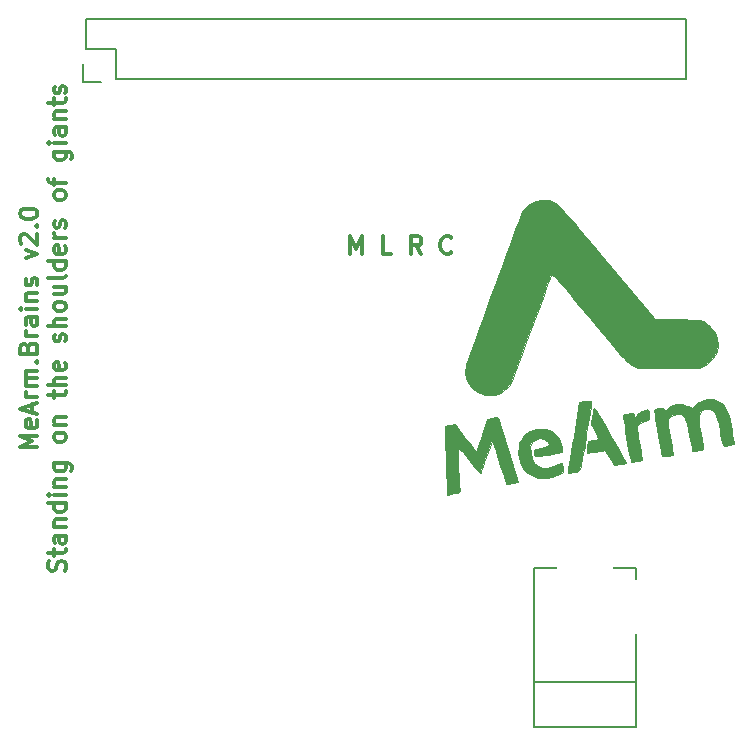
<source format=gto>
G04 #@! TF.FileFunction,Legend,Top*
%FSLAX46Y46*%
G04 Gerber Fmt 4.6, Leading zero omitted, Abs format (unit mm)*
G04 Created by KiCad (PCBNEW (2015-01-16 BZR 5376)-product) date 3/31/2016 12:49:39 PM*
%MOMM*%
G01*
G04 APERTURE LIST*
%ADD10C,0.100000*%
%ADD11C,0.300000*%
%ADD12C,0.150000*%
%ADD13C,2.000000*%
%ADD14R,2.000000X2.000000*%
%ADD15R,2.032000X1.727200*%
%ADD16O,2.032000X1.727200*%
%ADD17C,0.300000*%
%ADD18C,4.800600*%
%ADD19R,4.800600X4.800600*%
%ADD20C,2.750000*%
%ADD21R,1.727200X1.727200*%
%ADD22O,1.727200X1.727200*%
G04 APERTURE END LIST*
D10*
D11*
X132068286Y-93247714D02*
X131996857Y-93319143D01*
X131782571Y-93390571D01*
X131639714Y-93390571D01*
X131425429Y-93319143D01*
X131282571Y-93176286D01*
X131211143Y-93033429D01*
X131139714Y-92747714D01*
X131139714Y-92533429D01*
X131211143Y-92247714D01*
X131282571Y-92104857D01*
X131425429Y-91962000D01*
X131639714Y-91890571D01*
X131782571Y-91890571D01*
X131996857Y-91962000D01*
X132068286Y-92033429D01*
X129528286Y-93390571D02*
X129028286Y-92676286D01*
X128671143Y-93390571D02*
X128671143Y-91890571D01*
X129242571Y-91890571D01*
X129385429Y-91962000D01*
X129456857Y-92033429D01*
X129528286Y-92176286D01*
X129528286Y-92390571D01*
X129456857Y-92533429D01*
X129385429Y-92604857D01*
X129242571Y-92676286D01*
X128671143Y-92676286D01*
X126988286Y-93390571D02*
X126274000Y-93390571D01*
X126274000Y-91890571D01*
X123484000Y-93390571D02*
X123484000Y-91890571D01*
X123984000Y-92962000D01*
X124484000Y-91890571D01*
X124484000Y-93390571D01*
X97014571Y-109766428D02*
X95514571Y-109766428D01*
X96586000Y-109266428D01*
X95514571Y-108766428D01*
X97014571Y-108766428D01*
X96943143Y-107480714D02*
X97014571Y-107623571D01*
X97014571Y-107909285D01*
X96943143Y-108052142D01*
X96800286Y-108123571D01*
X96228857Y-108123571D01*
X96086000Y-108052142D01*
X96014571Y-107909285D01*
X96014571Y-107623571D01*
X96086000Y-107480714D01*
X96228857Y-107409285D01*
X96371714Y-107409285D01*
X96514571Y-108123571D01*
X96586000Y-106837857D02*
X96586000Y-106123571D01*
X97014571Y-106980714D02*
X95514571Y-106480714D01*
X97014571Y-105980714D01*
X97014571Y-105480714D02*
X96014571Y-105480714D01*
X96300286Y-105480714D02*
X96157429Y-105409286D01*
X96086000Y-105337857D01*
X96014571Y-105195000D01*
X96014571Y-105052143D01*
X97014571Y-104552143D02*
X96014571Y-104552143D01*
X96157429Y-104552143D02*
X96086000Y-104480715D01*
X96014571Y-104337857D01*
X96014571Y-104123572D01*
X96086000Y-103980715D01*
X96228857Y-103909286D01*
X97014571Y-103909286D01*
X96228857Y-103909286D02*
X96086000Y-103837857D01*
X96014571Y-103695000D01*
X96014571Y-103480715D01*
X96086000Y-103337857D01*
X96228857Y-103266429D01*
X97014571Y-103266429D01*
X96871714Y-102552143D02*
X96943143Y-102480715D01*
X97014571Y-102552143D01*
X96943143Y-102623572D01*
X96871714Y-102552143D01*
X97014571Y-102552143D01*
X96228857Y-101337857D02*
X96300286Y-101123571D01*
X96371714Y-101052143D01*
X96514571Y-100980714D01*
X96728857Y-100980714D01*
X96871714Y-101052143D01*
X96943143Y-101123571D01*
X97014571Y-101266429D01*
X97014571Y-101837857D01*
X95514571Y-101837857D01*
X95514571Y-101337857D01*
X95586000Y-101195000D01*
X95657429Y-101123571D01*
X95800286Y-101052143D01*
X95943143Y-101052143D01*
X96086000Y-101123571D01*
X96157429Y-101195000D01*
X96228857Y-101337857D01*
X96228857Y-101837857D01*
X97014571Y-100337857D02*
X96014571Y-100337857D01*
X96300286Y-100337857D02*
X96157429Y-100266429D01*
X96086000Y-100195000D01*
X96014571Y-100052143D01*
X96014571Y-99909286D01*
X97014571Y-98766429D02*
X96228857Y-98766429D01*
X96086000Y-98837858D01*
X96014571Y-98980715D01*
X96014571Y-99266429D01*
X96086000Y-99409286D01*
X96943143Y-98766429D02*
X97014571Y-98909286D01*
X97014571Y-99266429D01*
X96943143Y-99409286D01*
X96800286Y-99480715D01*
X96657429Y-99480715D01*
X96514571Y-99409286D01*
X96443143Y-99266429D01*
X96443143Y-98909286D01*
X96371714Y-98766429D01*
X97014571Y-98052143D02*
X96014571Y-98052143D01*
X95514571Y-98052143D02*
X95586000Y-98123572D01*
X95657429Y-98052143D01*
X95586000Y-97980715D01*
X95514571Y-98052143D01*
X95657429Y-98052143D01*
X96014571Y-97337857D02*
X97014571Y-97337857D01*
X96157429Y-97337857D02*
X96086000Y-97266429D01*
X96014571Y-97123571D01*
X96014571Y-96909286D01*
X96086000Y-96766429D01*
X96228857Y-96695000D01*
X97014571Y-96695000D01*
X96943143Y-96052143D02*
X97014571Y-95909286D01*
X97014571Y-95623571D01*
X96943143Y-95480714D01*
X96800286Y-95409286D01*
X96728857Y-95409286D01*
X96586000Y-95480714D01*
X96514571Y-95623571D01*
X96514571Y-95837857D01*
X96443143Y-95980714D01*
X96300286Y-96052143D01*
X96228857Y-96052143D01*
X96086000Y-95980714D01*
X96014571Y-95837857D01*
X96014571Y-95623571D01*
X96086000Y-95480714D01*
X96014571Y-93766428D02*
X97014571Y-93409285D01*
X96014571Y-93052143D01*
X95657429Y-92552143D02*
X95586000Y-92480714D01*
X95514571Y-92337857D01*
X95514571Y-91980714D01*
X95586000Y-91837857D01*
X95657429Y-91766428D01*
X95800286Y-91695000D01*
X95943143Y-91695000D01*
X96157429Y-91766428D01*
X97014571Y-92623571D01*
X97014571Y-91695000D01*
X96871714Y-91052143D02*
X96943143Y-90980715D01*
X97014571Y-91052143D01*
X96943143Y-91123572D01*
X96871714Y-91052143D01*
X97014571Y-91052143D01*
X95514571Y-90052143D02*
X95514571Y-89909286D01*
X95586000Y-89766429D01*
X95657429Y-89695000D01*
X95800286Y-89623571D01*
X96086000Y-89552143D01*
X96443143Y-89552143D01*
X96728857Y-89623571D01*
X96871714Y-89695000D01*
X96943143Y-89766429D01*
X97014571Y-89909286D01*
X97014571Y-90052143D01*
X96943143Y-90195000D01*
X96871714Y-90266429D01*
X96728857Y-90337857D01*
X96443143Y-90409286D01*
X96086000Y-90409286D01*
X95800286Y-90337857D01*
X95657429Y-90266429D01*
X95586000Y-90195000D01*
X95514571Y-90052143D01*
X99343143Y-120230715D02*
X99414571Y-120016429D01*
X99414571Y-119659286D01*
X99343143Y-119516429D01*
X99271714Y-119445000D01*
X99128857Y-119373572D01*
X98986000Y-119373572D01*
X98843143Y-119445000D01*
X98771714Y-119516429D01*
X98700286Y-119659286D01*
X98628857Y-119945000D01*
X98557429Y-120087858D01*
X98486000Y-120159286D01*
X98343143Y-120230715D01*
X98200286Y-120230715D01*
X98057429Y-120159286D01*
X97986000Y-120087858D01*
X97914571Y-119945000D01*
X97914571Y-119587858D01*
X97986000Y-119373572D01*
X98414571Y-118945001D02*
X98414571Y-118373572D01*
X97914571Y-118730715D02*
X99200286Y-118730715D01*
X99343143Y-118659287D01*
X99414571Y-118516429D01*
X99414571Y-118373572D01*
X99414571Y-117230715D02*
X98628857Y-117230715D01*
X98486000Y-117302144D01*
X98414571Y-117445001D01*
X98414571Y-117730715D01*
X98486000Y-117873572D01*
X99343143Y-117230715D02*
X99414571Y-117373572D01*
X99414571Y-117730715D01*
X99343143Y-117873572D01*
X99200286Y-117945001D01*
X99057429Y-117945001D01*
X98914571Y-117873572D01*
X98843143Y-117730715D01*
X98843143Y-117373572D01*
X98771714Y-117230715D01*
X98414571Y-116516429D02*
X99414571Y-116516429D01*
X98557429Y-116516429D02*
X98486000Y-116445001D01*
X98414571Y-116302143D01*
X98414571Y-116087858D01*
X98486000Y-115945001D01*
X98628857Y-115873572D01*
X99414571Y-115873572D01*
X99414571Y-114516429D02*
X97914571Y-114516429D01*
X99343143Y-114516429D02*
X99414571Y-114659286D01*
X99414571Y-114945000D01*
X99343143Y-115087858D01*
X99271714Y-115159286D01*
X99128857Y-115230715D01*
X98700286Y-115230715D01*
X98557429Y-115159286D01*
X98486000Y-115087858D01*
X98414571Y-114945000D01*
X98414571Y-114659286D01*
X98486000Y-114516429D01*
X99414571Y-113802143D02*
X98414571Y-113802143D01*
X97914571Y-113802143D02*
X97986000Y-113873572D01*
X98057429Y-113802143D01*
X97986000Y-113730715D01*
X97914571Y-113802143D01*
X98057429Y-113802143D01*
X98414571Y-113087857D02*
X99414571Y-113087857D01*
X98557429Y-113087857D02*
X98486000Y-113016429D01*
X98414571Y-112873571D01*
X98414571Y-112659286D01*
X98486000Y-112516429D01*
X98628857Y-112445000D01*
X99414571Y-112445000D01*
X98414571Y-111087857D02*
X99628857Y-111087857D01*
X99771714Y-111159286D01*
X99843143Y-111230714D01*
X99914571Y-111373571D01*
X99914571Y-111587857D01*
X99843143Y-111730714D01*
X99343143Y-111087857D02*
X99414571Y-111230714D01*
X99414571Y-111516428D01*
X99343143Y-111659286D01*
X99271714Y-111730714D01*
X99128857Y-111802143D01*
X98700286Y-111802143D01*
X98557429Y-111730714D01*
X98486000Y-111659286D01*
X98414571Y-111516428D01*
X98414571Y-111230714D01*
X98486000Y-111087857D01*
X99414571Y-109016428D02*
X99343143Y-109159286D01*
X99271714Y-109230714D01*
X99128857Y-109302143D01*
X98700286Y-109302143D01*
X98557429Y-109230714D01*
X98486000Y-109159286D01*
X98414571Y-109016428D01*
X98414571Y-108802143D01*
X98486000Y-108659286D01*
X98557429Y-108587857D01*
X98700286Y-108516428D01*
X99128857Y-108516428D01*
X99271714Y-108587857D01*
X99343143Y-108659286D01*
X99414571Y-108802143D01*
X99414571Y-109016428D01*
X98414571Y-107873571D02*
X99414571Y-107873571D01*
X98557429Y-107873571D02*
X98486000Y-107802143D01*
X98414571Y-107659285D01*
X98414571Y-107445000D01*
X98486000Y-107302143D01*
X98628857Y-107230714D01*
X99414571Y-107230714D01*
X98414571Y-105587857D02*
X98414571Y-105016428D01*
X97914571Y-105373571D02*
X99200286Y-105373571D01*
X99343143Y-105302143D01*
X99414571Y-105159285D01*
X99414571Y-105016428D01*
X99414571Y-104516428D02*
X97914571Y-104516428D01*
X99414571Y-103873571D02*
X98628857Y-103873571D01*
X98486000Y-103945000D01*
X98414571Y-104087857D01*
X98414571Y-104302142D01*
X98486000Y-104445000D01*
X98557429Y-104516428D01*
X99343143Y-102587857D02*
X99414571Y-102730714D01*
X99414571Y-103016428D01*
X99343143Y-103159285D01*
X99200286Y-103230714D01*
X98628857Y-103230714D01*
X98486000Y-103159285D01*
X98414571Y-103016428D01*
X98414571Y-102730714D01*
X98486000Y-102587857D01*
X98628857Y-102516428D01*
X98771714Y-102516428D01*
X98914571Y-103230714D01*
X99343143Y-100802143D02*
X99414571Y-100659286D01*
X99414571Y-100373571D01*
X99343143Y-100230714D01*
X99200286Y-100159286D01*
X99128857Y-100159286D01*
X98986000Y-100230714D01*
X98914571Y-100373571D01*
X98914571Y-100587857D01*
X98843143Y-100730714D01*
X98700286Y-100802143D01*
X98628857Y-100802143D01*
X98486000Y-100730714D01*
X98414571Y-100587857D01*
X98414571Y-100373571D01*
X98486000Y-100230714D01*
X99414571Y-99516428D02*
X97914571Y-99516428D01*
X99414571Y-98873571D02*
X98628857Y-98873571D01*
X98486000Y-98945000D01*
X98414571Y-99087857D01*
X98414571Y-99302142D01*
X98486000Y-99445000D01*
X98557429Y-99516428D01*
X99414571Y-97944999D02*
X99343143Y-98087857D01*
X99271714Y-98159285D01*
X99128857Y-98230714D01*
X98700286Y-98230714D01*
X98557429Y-98159285D01*
X98486000Y-98087857D01*
X98414571Y-97944999D01*
X98414571Y-97730714D01*
X98486000Y-97587857D01*
X98557429Y-97516428D01*
X98700286Y-97444999D01*
X99128857Y-97444999D01*
X99271714Y-97516428D01*
X99343143Y-97587857D01*
X99414571Y-97730714D01*
X99414571Y-97944999D01*
X98414571Y-96159285D02*
X99414571Y-96159285D01*
X98414571Y-96802142D02*
X99200286Y-96802142D01*
X99343143Y-96730714D01*
X99414571Y-96587856D01*
X99414571Y-96373571D01*
X99343143Y-96230714D01*
X99271714Y-96159285D01*
X99414571Y-95230713D02*
X99343143Y-95373571D01*
X99200286Y-95444999D01*
X97914571Y-95444999D01*
X99414571Y-94016428D02*
X97914571Y-94016428D01*
X99343143Y-94016428D02*
X99414571Y-94159285D01*
X99414571Y-94444999D01*
X99343143Y-94587857D01*
X99271714Y-94659285D01*
X99128857Y-94730714D01*
X98700286Y-94730714D01*
X98557429Y-94659285D01*
X98486000Y-94587857D01*
X98414571Y-94444999D01*
X98414571Y-94159285D01*
X98486000Y-94016428D01*
X99343143Y-92730714D02*
X99414571Y-92873571D01*
X99414571Y-93159285D01*
X99343143Y-93302142D01*
X99200286Y-93373571D01*
X98628857Y-93373571D01*
X98486000Y-93302142D01*
X98414571Y-93159285D01*
X98414571Y-92873571D01*
X98486000Y-92730714D01*
X98628857Y-92659285D01*
X98771714Y-92659285D01*
X98914571Y-93373571D01*
X99414571Y-92016428D02*
X98414571Y-92016428D01*
X98700286Y-92016428D02*
X98557429Y-91945000D01*
X98486000Y-91873571D01*
X98414571Y-91730714D01*
X98414571Y-91587857D01*
X99343143Y-91159286D02*
X99414571Y-91016429D01*
X99414571Y-90730714D01*
X99343143Y-90587857D01*
X99200286Y-90516429D01*
X99128857Y-90516429D01*
X98986000Y-90587857D01*
X98914571Y-90730714D01*
X98914571Y-90945000D01*
X98843143Y-91087857D01*
X98700286Y-91159286D01*
X98628857Y-91159286D01*
X98486000Y-91087857D01*
X98414571Y-90945000D01*
X98414571Y-90730714D01*
X98486000Y-90587857D01*
X99414571Y-88516428D02*
X99343143Y-88659286D01*
X99271714Y-88730714D01*
X99128857Y-88802143D01*
X98700286Y-88802143D01*
X98557429Y-88730714D01*
X98486000Y-88659286D01*
X98414571Y-88516428D01*
X98414571Y-88302143D01*
X98486000Y-88159286D01*
X98557429Y-88087857D01*
X98700286Y-88016428D01*
X99128857Y-88016428D01*
X99271714Y-88087857D01*
X99343143Y-88159286D01*
X99414571Y-88302143D01*
X99414571Y-88516428D01*
X98414571Y-87587857D02*
X98414571Y-87016428D01*
X99414571Y-87373571D02*
X98128857Y-87373571D01*
X97986000Y-87302143D01*
X97914571Y-87159285D01*
X97914571Y-87016428D01*
X98414571Y-84730714D02*
X99628857Y-84730714D01*
X99771714Y-84802143D01*
X99843143Y-84873571D01*
X99914571Y-85016428D01*
X99914571Y-85230714D01*
X99843143Y-85373571D01*
X99343143Y-84730714D02*
X99414571Y-84873571D01*
X99414571Y-85159285D01*
X99343143Y-85302143D01*
X99271714Y-85373571D01*
X99128857Y-85445000D01*
X98700286Y-85445000D01*
X98557429Y-85373571D01*
X98486000Y-85302143D01*
X98414571Y-85159285D01*
X98414571Y-84873571D01*
X98486000Y-84730714D01*
X99414571Y-84016428D02*
X98414571Y-84016428D01*
X97914571Y-84016428D02*
X97986000Y-84087857D01*
X98057429Y-84016428D01*
X97986000Y-83945000D01*
X97914571Y-84016428D01*
X98057429Y-84016428D01*
X99414571Y-82659285D02*
X98628857Y-82659285D01*
X98486000Y-82730714D01*
X98414571Y-82873571D01*
X98414571Y-83159285D01*
X98486000Y-83302142D01*
X99343143Y-82659285D02*
X99414571Y-82802142D01*
X99414571Y-83159285D01*
X99343143Y-83302142D01*
X99200286Y-83373571D01*
X99057429Y-83373571D01*
X98914571Y-83302142D01*
X98843143Y-83159285D01*
X98843143Y-82802142D01*
X98771714Y-82659285D01*
X98414571Y-81944999D02*
X99414571Y-81944999D01*
X98557429Y-81944999D02*
X98486000Y-81873571D01*
X98414571Y-81730713D01*
X98414571Y-81516428D01*
X98486000Y-81373571D01*
X98628857Y-81302142D01*
X99414571Y-81302142D01*
X98414571Y-80802142D02*
X98414571Y-80230713D01*
X97914571Y-80587856D02*
X99200286Y-80587856D01*
X99343143Y-80516428D01*
X99414571Y-80373570D01*
X99414571Y-80230713D01*
X99343143Y-79802142D02*
X99414571Y-79659285D01*
X99414571Y-79373570D01*
X99343143Y-79230713D01*
X99200286Y-79159285D01*
X99128857Y-79159285D01*
X98986000Y-79230713D01*
X98914571Y-79373570D01*
X98914571Y-79587856D01*
X98843143Y-79730713D01*
X98700286Y-79802142D01*
X98628857Y-79802142D01*
X98486000Y-79730713D01*
X98414571Y-79587856D01*
X98414571Y-79373570D01*
X98486000Y-79230713D01*
D12*
X139082000Y-132712000D02*
X139082000Y-133474000D01*
X139082000Y-133474000D02*
X147718000Y-133474000D01*
X147718000Y-133474000D02*
X147718000Y-132712000D01*
X139082000Y-129664000D02*
X147718000Y-129664000D01*
X139082000Y-120012000D02*
X147718000Y-120012000D01*
X147718000Y-132712000D02*
X147718000Y-120012000D01*
X139082000Y-132712000D02*
X139082000Y-120012000D01*
D10*
G36*
X137742468Y-112687667D02*
X137228734Y-112785801D01*
X136958651Y-112835023D01*
X136767624Y-112865340D01*
X136701650Y-112870468D01*
X136673711Y-112789431D01*
X136602765Y-112569743D01*
X136496119Y-112234439D01*
X136361083Y-111806554D01*
X136204966Y-111309120D01*
X136119770Y-111036667D01*
X135955286Y-110511848D01*
X135807603Y-110044121D01*
X135684144Y-109656709D01*
X135592331Y-109372836D01*
X135539588Y-109215725D01*
X135530155Y-109191925D01*
X135497046Y-109259552D01*
X135418183Y-109462284D01*
X135302824Y-109775076D01*
X135160228Y-110172885D01*
X135021527Y-110567758D01*
X134862190Y-111021181D01*
X134721572Y-111413388D01*
X134609093Y-111718747D01*
X134534172Y-111911628D01*
X134506970Y-111968000D01*
X134447103Y-111905972D01*
X134298324Y-111734184D01*
X134078770Y-111474076D01*
X133806581Y-111147091D01*
X133575908Y-110867334D01*
X133274781Y-110503631D01*
X133011054Y-110190620D01*
X132803206Y-109949791D01*
X132669718Y-109802635D01*
X132629433Y-109766667D01*
X132618749Y-109846170D01*
X132616301Y-110064540D01*
X132621004Y-110391565D01*
X132631772Y-110797036D01*
X132647521Y-111250743D01*
X132667165Y-111722474D01*
X132689618Y-112182021D01*
X132713796Y-112599172D01*
X132738612Y-112943717D01*
X132746989Y-113038811D01*
X132771592Y-113284969D01*
X132770318Y-113444067D01*
X132714550Y-113541649D01*
X132575672Y-113603258D01*
X132325068Y-113654437D01*
X131994834Y-113710194D01*
X131677334Y-113764845D01*
X131677784Y-113226256D01*
X131674481Y-112997605D01*
X131664941Y-112628299D01*
X131650092Y-112146864D01*
X131630861Y-111581826D01*
X131608177Y-110961712D01*
X131583707Y-110333465D01*
X131560186Y-109720461D01*
X131540966Y-109165011D01*
X131526632Y-108688908D01*
X131517771Y-108313944D01*
X131514967Y-108061914D01*
X131518807Y-107954610D01*
X131519757Y-107952481D01*
X131614349Y-107925564D01*
X131819439Y-107887795D01*
X131944299Y-107868557D01*
X132338264Y-107811418D01*
X133245391Y-108962561D01*
X133542340Y-109335059D01*
X133802564Y-109653273D01*
X134008575Y-109896484D01*
X134142884Y-110043969D01*
X134187456Y-110078766D01*
X134224549Y-109990733D01*
X134305129Y-109769125D01*
X134419648Y-109441182D01*
X134558557Y-109034142D01*
X134671199Y-108698747D01*
X135120002Y-107353667D01*
X135531936Y-107250324D01*
X135770026Y-107194662D01*
X135926267Y-107165865D01*
X135959319Y-107165657D01*
X135987906Y-107247721D01*
X136062113Y-107472396D01*
X136175888Y-107821037D01*
X136323178Y-108274998D01*
X136497930Y-108815634D01*
X136694093Y-109424299D01*
X136858619Y-109936000D01*
X137742468Y-112687667D01*
X137742468Y-112687667D01*
X137742468Y-112687667D01*
G37*
X137742468Y-112687667D02*
X137228734Y-112785801D01*
X136958651Y-112835023D01*
X136767624Y-112865340D01*
X136701650Y-112870468D01*
X136673711Y-112789431D01*
X136602765Y-112569743D01*
X136496119Y-112234439D01*
X136361083Y-111806554D01*
X136204966Y-111309120D01*
X136119770Y-111036667D01*
X135955286Y-110511848D01*
X135807603Y-110044121D01*
X135684144Y-109656709D01*
X135592331Y-109372836D01*
X135539588Y-109215725D01*
X135530155Y-109191925D01*
X135497046Y-109259552D01*
X135418183Y-109462284D01*
X135302824Y-109775076D01*
X135160228Y-110172885D01*
X135021527Y-110567758D01*
X134862190Y-111021181D01*
X134721572Y-111413388D01*
X134609093Y-111718747D01*
X134534172Y-111911628D01*
X134506970Y-111968000D01*
X134447103Y-111905972D01*
X134298324Y-111734184D01*
X134078770Y-111474076D01*
X133806581Y-111147091D01*
X133575908Y-110867334D01*
X133274781Y-110503631D01*
X133011054Y-110190620D01*
X132803206Y-109949791D01*
X132669718Y-109802635D01*
X132629433Y-109766667D01*
X132618749Y-109846170D01*
X132616301Y-110064540D01*
X132621004Y-110391565D01*
X132631772Y-110797036D01*
X132647521Y-111250743D01*
X132667165Y-111722474D01*
X132689618Y-112182021D01*
X132713796Y-112599172D01*
X132738612Y-112943717D01*
X132746989Y-113038811D01*
X132771592Y-113284969D01*
X132770318Y-113444067D01*
X132714550Y-113541649D01*
X132575672Y-113603258D01*
X132325068Y-113654437D01*
X131994834Y-113710194D01*
X131677334Y-113764845D01*
X131677784Y-113226256D01*
X131674481Y-112997605D01*
X131664941Y-112628299D01*
X131650092Y-112146864D01*
X131630861Y-111581826D01*
X131608177Y-110961712D01*
X131583707Y-110333465D01*
X131560186Y-109720461D01*
X131540966Y-109165011D01*
X131526632Y-108688908D01*
X131517771Y-108313944D01*
X131514967Y-108061914D01*
X131518807Y-107954610D01*
X131519757Y-107952481D01*
X131614349Y-107925564D01*
X131819439Y-107887795D01*
X131944299Y-107868557D01*
X132338264Y-107811418D01*
X133245391Y-108962561D01*
X133542340Y-109335059D01*
X133802564Y-109653273D01*
X134008575Y-109896484D01*
X134142884Y-110043969D01*
X134187456Y-110078766D01*
X134224549Y-109990733D01*
X134305129Y-109769125D01*
X134419648Y-109441182D01*
X134558557Y-109034142D01*
X134671199Y-108698747D01*
X135120002Y-107353667D01*
X135531936Y-107250324D01*
X135770026Y-107194662D01*
X135926267Y-107165865D01*
X135959319Y-107165657D01*
X135987906Y-107247721D01*
X136062113Y-107472396D01*
X136175888Y-107821037D01*
X136323178Y-108274998D01*
X136497930Y-108815634D01*
X136694093Y-109424299D01*
X136858619Y-109936000D01*
X137742468Y-112687667D01*
X137742468Y-112687667D01*
G36*
X141534790Y-111667798D02*
X141513946Y-111816404D01*
X141501005Y-111838183D01*
X141287555Y-111997785D01*
X140951988Y-112140589D01*
X140541381Y-112256735D01*
X140102807Y-112336362D01*
X139683342Y-112369610D01*
X139330061Y-112346619D01*
X139212119Y-112317615D01*
X138656151Y-112061964D01*
X138233437Y-111703848D01*
X137941889Y-111240247D01*
X137779420Y-110668142D01*
X137741226Y-110190000D01*
X137750173Y-109799578D01*
X137795497Y-109512719D01*
X137888818Y-109265473D01*
X137920478Y-109203356D01*
X138252582Y-108747706D01*
X138687738Y-108416318D01*
X139202072Y-108221372D01*
X139771708Y-108175045D01*
X139912605Y-108187228D01*
X140421118Y-108325646D01*
X140840657Y-108599738D01*
X141155152Y-108992342D01*
X141348537Y-109486298D01*
X141395252Y-109770675D01*
X141413402Y-110015833D01*
X141388328Y-110142192D01*
X141293318Y-110199480D01*
X141149053Y-110228987D01*
X140943533Y-110265553D01*
X140623056Y-110322802D01*
X140239329Y-110391491D01*
X140000264Y-110434347D01*
X139589949Y-110504807D01*
X139317703Y-110535089D01*
X139155223Y-110516557D01*
X139074209Y-110440574D01*
X139046358Y-110298505D01*
X139043334Y-110142355D01*
X139046392Y-110047539D01*
X139075382Y-109981027D01*
X139160022Y-109929828D01*
X139330030Y-109880947D01*
X139615127Y-109821392D01*
X139906572Y-109764951D01*
X140200096Y-109691064D01*
X140334020Y-109597311D01*
X140317963Y-109457601D01*
X140161544Y-109245840D01*
X140116625Y-109195167D01*
X139877208Y-109041394D01*
X139585014Y-109009578D01*
X139283711Y-109082490D01*
X139016963Y-109242900D01*
X138828438Y-109473578D01*
X138761673Y-109729790D01*
X138781229Y-110206242D01*
X138853071Y-110629769D01*
X138967780Y-110957501D01*
X139063042Y-111101202D01*
X139368532Y-111360481D01*
X139702328Y-111499744D01*
X140084555Y-111518599D01*
X140535342Y-111416652D01*
X141074816Y-111193511D01*
X141345762Y-111056679D01*
X141411251Y-111098050D01*
X141472127Y-111251665D01*
X141517078Y-111460566D01*
X141534790Y-111667798D01*
X141534790Y-111667798D01*
X141534790Y-111667798D01*
G37*
X141534790Y-111667798D02*
X141513946Y-111816404D01*
X141501005Y-111838183D01*
X141287555Y-111997785D01*
X140951988Y-112140589D01*
X140541381Y-112256735D01*
X140102807Y-112336362D01*
X139683342Y-112369610D01*
X139330061Y-112346619D01*
X139212119Y-112317615D01*
X138656151Y-112061964D01*
X138233437Y-111703848D01*
X137941889Y-111240247D01*
X137779420Y-110668142D01*
X137741226Y-110190000D01*
X137750173Y-109799578D01*
X137795497Y-109512719D01*
X137888818Y-109265473D01*
X137920478Y-109203356D01*
X138252582Y-108747706D01*
X138687738Y-108416318D01*
X139202072Y-108221372D01*
X139771708Y-108175045D01*
X139912605Y-108187228D01*
X140421118Y-108325646D01*
X140840657Y-108599738D01*
X141155152Y-108992342D01*
X141348537Y-109486298D01*
X141395252Y-109770675D01*
X141413402Y-110015833D01*
X141388328Y-110142192D01*
X141293318Y-110199480D01*
X141149053Y-110228987D01*
X140943533Y-110265553D01*
X140623056Y-110322802D01*
X140239329Y-110391491D01*
X140000264Y-110434347D01*
X139589949Y-110504807D01*
X139317703Y-110535089D01*
X139155223Y-110516557D01*
X139074209Y-110440574D01*
X139046358Y-110298505D01*
X139043334Y-110142355D01*
X139046392Y-110047539D01*
X139075382Y-109981027D01*
X139160022Y-109929828D01*
X139330030Y-109880947D01*
X139615127Y-109821392D01*
X139906572Y-109764951D01*
X140200096Y-109691064D01*
X140334020Y-109597311D01*
X140317963Y-109457601D01*
X140161544Y-109245840D01*
X140116625Y-109195167D01*
X139877208Y-109041394D01*
X139585014Y-109009578D01*
X139283711Y-109082490D01*
X139016963Y-109242900D01*
X138828438Y-109473578D01*
X138761673Y-109729790D01*
X138781229Y-110206242D01*
X138853071Y-110629769D01*
X138967780Y-110957501D01*
X139063042Y-111101202D01*
X139368532Y-111360481D01*
X139702328Y-111499744D01*
X140084555Y-111518599D01*
X140535342Y-111416652D01*
X141074816Y-111193511D01*
X141345762Y-111056679D01*
X141411251Y-111098050D01*
X141472127Y-111251665D01*
X141517078Y-111460566D01*
X141534790Y-111667798D01*
X141534790Y-111667798D01*
G36*
X143918379Y-105967589D02*
X143910183Y-106130540D01*
X143876421Y-106383610D01*
X143814536Y-106747557D01*
X143721972Y-107243133D01*
X143645240Y-107640048D01*
X143559714Y-108111495D01*
X143483708Y-108589655D01*
X143426227Y-109014297D01*
X143398453Y-109291048D01*
X143358782Y-109662831D01*
X143298011Y-110028387D01*
X143238668Y-110274667D01*
X143151684Y-110596453D01*
X143081370Y-110922183D01*
X143069145Y-110994334D01*
X143010472Y-111359929D01*
X142959203Y-111592162D01*
X142897058Y-111725047D01*
X142805762Y-111792596D01*
X142667036Y-111828824D01*
X142615642Y-111838269D01*
X142350861Y-111889263D01*
X142126893Y-111937218D01*
X142112500Y-111940626D01*
X141965152Y-111949454D01*
X141919512Y-111913679D01*
X141932357Y-111815975D01*
X141969993Y-111570724D01*
X142029280Y-111197392D01*
X142107078Y-110715447D01*
X142200248Y-110144355D01*
X142305648Y-109503582D01*
X142405511Y-108900615D01*
X142893997Y-105960230D01*
X143338114Y-105868032D01*
X143603037Y-105825435D01*
X143802653Y-105815800D01*
X143868299Y-105829027D01*
X143903566Y-105874003D01*
X143918379Y-105967589D01*
X143918379Y-105967589D01*
X143918379Y-105967589D01*
G37*
X143918379Y-105967589D02*
X143910183Y-106130540D01*
X143876421Y-106383610D01*
X143814536Y-106747557D01*
X143721972Y-107243133D01*
X143645240Y-107640048D01*
X143559714Y-108111495D01*
X143483708Y-108589655D01*
X143426227Y-109014297D01*
X143398453Y-109291048D01*
X143358782Y-109662831D01*
X143298011Y-110028387D01*
X143238668Y-110274667D01*
X143151684Y-110596453D01*
X143081370Y-110922183D01*
X143069145Y-110994334D01*
X143010472Y-111359929D01*
X142959203Y-111592162D01*
X142897058Y-111725047D01*
X142805762Y-111792596D01*
X142667036Y-111828824D01*
X142615642Y-111838269D01*
X142350861Y-111889263D01*
X142126893Y-111937218D01*
X142112500Y-111940626D01*
X141965152Y-111949454D01*
X141919512Y-111913679D01*
X141932357Y-111815975D01*
X141969993Y-111570724D01*
X142029280Y-111197392D01*
X142107078Y-110715447D01*
X142200248Y-110144355D01*
X142305648Y-109503582D01*
X142405511Y-108900615D01*
X142893997Y-105960230D01*
X143338114Y-105868032D01*
X143603037Y-105825435D01*
X143802653Y-105815800D01*
X143868299Y-105829027D01*
X143903566Y-105874003D01*
X143918379Y-105967589D01*
X143918379Y-105967589D01*
G36*
X146832667Y-111054981D02*
X146757701Y-111097992D01*
X146569045Y-111145567D01*
X146472834Y-111162410D01*
X146213734Y-111206678D01*
X146010046Y-111248258D01*
X145972560Y-111257772D01*
X145874195Y-111233599D01*
X145748083Y-111098591D01*
X145579101Y-110834368D01*
X145479796Y-110658920D01*
X145273115Y-110315225D01*
X145104263Y-110097229D01*
X144985510Y-110020767D01*
X144985236Y-110020767D01*
X144836100Y-110036096D01*
X144574106Y-110076455D01*
X144252420Y-110133555D01*
X144209052Y-110141763D01*
X143902480Y-110195014D01*
X143666951Y-110226131D01*
X143545715Y-110229634D01*
X143539128Y-110226684D01*
X143531991Y-110130478D01*
X143550569Y-109918467D01*
X143580410Y-109704890D01*
X143657667Y-109219072D01*
X144079144Y-109149003D01*
X144326166Y-109103306D01*
X144492845Y-109063768D01*
X144531204Y-109048351D01*
X144505853Y-108966608D01*
X144411516Y-108776132D01*
X144266584Y-108513237D01*
X144215213Y-108424349D01*
X143868637Y-107830931D01*
X143964553Y-107168965D01*
X144016844Y-106841773D01*
X144068493Y-106574540D01*
X144109826Y-106416231D01*
X144116132Y-106401705D01*
X144165727Y-106452918D01*
X144286209Y-106630843D01*
X144465406Y-106914629D01*
X144691145Y-107283423D01*
X144951253Y-107716376D01*
X145233558Y-108192636D01*
X145525887Y-108691352D01*
X145816068Y-109191672D01*
X146091926Y-109672746D01*
X146341291Y-110113722D01*
X146551989Y-110493749D01*
X146711848Y-110791976D01*
X146808694Y-110987553D01*
X146832667Y-111054981D01*
X146832667Y-111054981D01*
X146832667Y-111054981D01*
G37*
X146832667Y-111054981D02*
X146757701Y-111097992D01*
X146569045Y-111145567D01*
X146472834Y-111162410D01*
X146213734Y-111206678D01*
X146010046Y-111248258D01*
X145972560Y-111257772D01*
X145874195Y-111233599D01*
X145748083Y-111098591D01*
X145579101Y-110834368D01*
X145479796Y-110658920D01*
X145273115Y-110315225D01*
X145104263Y-110097229D01*
X144985510Y-110020767D01*
X144985236Y-110020767D01*
X144836100Y-110036096D01*
X144574106Y-110076455D01*
X144252420Y-110133555D01*
X144209052Y-110141763D01*
X143902480Y-110195014D01*
X143666951Y-110226131D01*
X143545715Y-110229634D01*
X143539128Y-110226684D01*
X143531991Y-110130478D01*
X143550569Y-109918467D01*
X143580410Y-109704890D01*
X143657667Y-109219072D01*
X144079144Y-109149003D01*
X144326166Y-109103306D01*
X144492845Y-109063768D01*
X144531204Y-109048351D01*
X144505853Y-108966608D01*
X144411516Y-108776132D01*
X144266584Y-108513237D01*
X144215213Y-108424349D01*
X143868637Y-107830931D01*
X143964553Y-107168965D01*
X144016844Y-106841773D01*
X144068493Y-106574540D01*
X144109826Y-106416231D01*
X144116132Y-106401705D01*
X144165727Y-106452918D01*
X144286209Y-106630843D01*
X144465406Y-106914629D01*
X144691145Y-107283423D01*
X144951253Y-107716376D01*
X145233558Y-108192636D01*
X145525887Y-108691352D01*
X145816068Y-109191672D01*
X146091926Y-109672746D01*
X146341291Y-110113722D01*
X146551989Y-110493749D01*
X146711848Y-110791976D01*
X146808694Y-110987553D01*
X146832667Y-111054981D01*
X146832667Y-111054981D01*
G36*
X148780000Y-107011164D02*
X148775341Y-107276896D01*
X148743610Y-107420180D01*
X148658180Y-107487901D01*
X148492421Y-107526944D01*
X148486420Y-107528070D01*
X148213710Y-107626739D01*
X147972119Y-107793717D01*
X147809492Y-107988719D01*
X147768189Y-108132791D01*
X147784299Y-108266251D01*
X147825919Y-108533193D01*
X147887588Y-108900623D01*
X147963844Y-109335547D01*
X148006351Y-109571401D01*
X148240325Y-110857801D01*
X147896329Y-110911086D01*
X147641972Y-110954581D01*
X147443869Y-110995418D01*
X147413995Y-111003105D01*
X147284542Y-110969292D01*
X147230436Y-110848753D01*
X147183856Y-110626503D01*
X147120988Y-110293577D01*
X147046543Y-109878451D01*
X146965229Y-109409597D01*
X146881756Y-108915492D01*
X146800832Y-108424608D01*
X146727167Y-107965420D01*
X146665470Y-107566403D01*
X146620450Y-107256031D01*
X146596816Y-107062777D01*
X146595886Y-107011893D01*
X146704511Y-106967981D01*
X146909478Y-106921389D01*
X147146776Y-106882478D01*
X147352394Y-106861611D01*
X147462321Y-106869147D01*
X147464987Y-106871209D01*
X147502766Y-106984093D01*
X147510000Y-107080215D01*
X147525501Y-107164715D01*
X147592007Y-107155355D01*
X147739522Y-107041883D01*
X147815739Y-106975766D01*
X148178666Y-106709958D01*
X148511227Y-106568366D01*
X148658512Y-106549334D01*
X148733049Y-106597236D01*
X148770959Y-106759992D01*
X148780000Y-107011164D01*
X148780000Y-107011164D01*
X148780000Y-107011164D01*
G37*
X148780000Y-107011164D02*
X148775341Y-107276896D01*
X148743610Y-107420180D01*
X148658180Y-107487901D01*
X148492421Y-107526944D01*
X148486420Y-107528070D01*
X148213710Y-107626739D01*
X147972119Y-107793717D01*
X147809492Y-107988719D01*
X147768189Y-108132791D01*
X147784299Y-108266251D01*
X147825919Y-108533193D01*
X147887588Y-108900623D01*
X147963844Y-109335547D01*
X148006351Y-109571401D01*
X148240325Y-110857801D01*
X147896329Y-110911086D01*
X147641972Y-110954581D01*
X147443869Y-110995418D01*
X147413995Y-111003105D01*
X147284542Y-110969292D01*
X147230436Y-110848753D01*
X147183856Y-110626503D01*
X147120988Y-110293577D01*
X147046543Y-109878451D01*
X146965229Y-109409597D01*
X146881756Y-108915492D01*
X146800832Y-108424608D01*
X146727167Y-107965420D01*
X146665470Y-107566403D01*
X146620450Y-107256031D01*
X146596816Y-107062777D01*
X146595886Y-107011893D01*
X146704511Y-106967981D01*
X146909478Y-106921389D01*
X147146776Y-106882478D01*
X147352394Y-106861611D01*
X147462321Y-106869147D01*
X147464987Y-106871209D01*
X147502766Y-106984093D01*
X147510000Y-107080215D01*
X147525501Y-107164715D01*
X147592007Y-107155355D01*
X147739522Y-107041883D01*
X147815739Y-106975766D01*
X148178666Y-106709958D01*
X148511227Y-106568366D01*
X148658512Y-106549334D01*
X148733049Y-106597236D01*
X148770959Y-106759992D01*
X148780000Y-107011164D01*
X148780000Y-107011164D01*
G36*
X155969920Y-109448294D02*
X155966091Y-109466385D01*
X155871735Y-109497830D01*
X155663698Y-109544827D01*
X155491759Y-109577957D01*
X155314431Y-109613060D01*
X155186092Y-109628833D01*
X155094179Y-109603003D01*
X155026127Y-109513297D01*
X154969372Y-109337442D01*
X154911349Y-109053167D01*
X154839495Y-108638198D01*
X154786268Y-108327334D01*
X154682553Y-107762551D01*
X154588361Y-107340352D01*
X154494485Y-107035028D01*
X154391719Y-106820869D01*
X154270860Y-106672163D01*
X154163779Y-106588760D01*
X153886568Y-106492261D01*
X153578792Y-106511182D01*
X153291827Y-106626941D01*
X153077048Y-106820960D01*
X152993165Y-107012101D01*
X152993427Y-107166771D01*
X153020874Y-107453756D01*
X153071255Y-107838984D01*
X153140315Y-108288381D01*
X153186324Y-108559707D01*
X153281251Y-109135372D01*
X153338103Y-109561679D01*
X153356343Y-109833595D01*
X153335435Y-109946090D01*
X153334136Y-109946987D01*
X153215523Y-109985337D01*
X153007131Y-110028240D01*
X152770962Y-110065944D01*
X152569013Y-110088701D01*
X152463287Y-110086760D01*
X152460042Y-110084443D01*
X152440083Y-109998061D01*
X152396766Y-109774229D01*
X152335563Y-109442360D01*
X152261946Y-109031865D01*
X152221809Y-108804131D01*
X152104204Y-108185380D01*
X151991672Y-107716532D01*
X151876612Y-107378629D01*
X151751423Y-107152716D01*
X151608503Y-107019836D01*
X151486415Y-106970144D01*
X151162540Y-106956254D01*
X150818477Y-107039000D01*
X150544444Y-107196606D01*
X150543060Y-107197854D01*
X150474102Y-107271906D01*
X150428376Y-107364071D01*
X150407074Y-107497040D01*
X150411383Y-107693504D01*
X150442496Y-107976157D01*
X150501600Y-108367690D01*
X150589887Y-108890794D01*
X150649863Y-109234527D01*
X150719322Y-109648273D01*
X150772167Y-109998387D01*
X150804055Y-110253151D01*
X150810644Y-110380847D01*
X150807918Y-110389120D01*
X150709060Y-110419672D01*
X150497043Y-110459306D01*
X150328654Y-110484226D01*
X150070268Y-110513199D01*
X149932575Y-110501312D01*
X149869201Y-110435322D01*
X149843278Y-110345632D01*
X149785395Y-110065077D01*
X149714179Y-109685854D01*
X149634364Y-109237102D01*
X149550686Y-108747957D01*
X149467880Y-108247557D01*
X149390678Y-107765039D01*
X149323817Y-107329540D01*
X149272031Y-106970197D01*
X149240055Y-106716147D01*
X149232622Y-106596527D01*
X149233480Y-106592895D01*
X149335725Y-106513540D01*
X149539288Y-106446874D01*
X149598133Y-106435589D01*
X149842302Y-106418285D01*
X149986847Y-106477406D01*
X150028216Y-106523320D01*
X150113900Y-106610530D01*
X150204768Y-106588765D01*
X150324550Y-106485645D01*
X150684518Y-106256027D01*
X151123840Y-106138100D01*
X151589975Y-106137359D01*
X152030383Y-106259299D01*
X152110648Y-106298835D01*
X152433121Y-106471671D01*
X152604230Y-106254140D01*
X152877115Y-106009137D01*
X153254537Y-105802788D01*
X153671768Y-105668964D01*
X153749954Y-105654571D01*
X154234145Y-105656490D01*
X154676843Y-105810920D01*
X155056040Y-106102164D01*
X155349729Y-106514525D01*
X155504026Y-106905666D01*
X155565396Y-107151160D01*
X155638370Y-107486585D01*
X155716697Y-107877310D01*
X155794128Y-108288701D01*
X155864416Y-108686127D01*
X155921309Y-109034956D01*
X155958561Y-109300556D01*
X155969920Y-109448294D01*
X155969920Y-109448294D01*
X155969920Y-109448294D01*
G37*
X155969920Y-109448294D02*
X155966091Y-109466385D01*
X155871735Y-109497830D01*
X155663698Y-109544827D01*
X155491759Y-109577957D01*
X155314431Y-109613060D01*
X155186092Y-109628833D01*
X155094179Y-109603003D01*
X155026127Y-109513297D01*
X154969372Y-109337442D01*
X154911349Y-109053167D01*
X154839495Y-108638198D01*
X154786268Y-108327334D01*
X154682553Y-107762551D01*
X154588361Y-107340352D01*
X154494485Y-107035028D01*
X154391719Y-106820869D01*
X154270860Y-106672163D01*
X154163779Y-106588760D01*
X153886568Y-106492261D01*
X153578792Y-106511182D01*
X153291827Y-106626941D01*
X153077048Y-106820960D01*
X152993165Y-107012101D01*
X152993427Y-107166771D01*
X153020874Y-107453756D01*
X153071255Y-107838984D01*
X153140315Y-108288381D01*
X153186324Y-108559707D01*
X153281251Y-109135372D01*
X153338103Y-109561679D01*
X153356343Y-109833595D01*
X153335435Y-109946090D01*
X153334136Y-109946987D01*
X153215523Y-109985337D01*
X153007131Y-110028240D01*
X152770962Y-110065944D01*
X152569013Y-110088701D01*
X152463287Y-110086760D01*
X152460042Y-110084443D01*
X152440083Y-109998061D01*
X152396766Y-109774229D01*
X152335563Y-109442360D01*
X152261946Y-109031865D01*
X152221809Y-108804131D01*
X152104204Y-108185380D01*
X151991672Y-107716532D01*
X151876612Y-107378629D01*
X151751423Y-107152716D01*
X151608503Y-107019836D01*
X151486415Y-106970144D01*
X151162540Y-106956254D01*
X150818477Y-107039000D01*
X150544444Y-107196606D01*
X150543060Y-107197854D01*
X150474102Y-107271906D01*
X150428376Y-107364071D01*
X150407074Y-107497040D01*
X150411383Y-107693504D01*
X150442496Y-107976157D01*
X150501600Y-108367690D01*
X150589887Y-108890794D01*
X150649863Y-109234527D01*
X150719322Y-109648273D01*
X150772167Y-109998387D01*
X150804055Y-110253151D01*
X150810644Y-110380847D01*
X150807918Y-110389120D01*
X150709060Y-110419672D01*
X150497043Y-110459306D01*
X150328654Y-110484226D01*
X150070268Y-110513199D01*
X149932575Y-110501312D01*
X149869201Y-110435322D01*
X149843278Y-110345632D01*
X149785395Y-110065077D01*
X149714179Y-109685854D01*
X149634364Y-109237102D01*
X149550686Y-108747957D01*
X149467880Y-108247557D01*
X149390678Y-107765039D01*
X149323817Y-107329540D01*
X149272031Y-106970197D01*
X149240055Y-106716147D01*
X149232622Y-106596527D01*
X149233480Y-106592895D01*
X149335725Y-106513540D01*
X149539288Y-106446874D01*
X149598133Y-106435589D01*
X149842302Y-106418285D01*
X149986847Y-106477406D01*
X150028216Y-106523320D01*
X150113900Y-106610530D01*
X150204768Y-106588765D01*
X150324550Y-106485645D01*
X150684518Y-106256027D01*
X151123840Y-106138100D01*
X151589975Y-106137359D01*
X152030383Y-106259299D01*
X152110648Y-106298835D01*
X152433121Y-106471671D01*
X152604230Y-106254140D01*
X152877115Y-106009137D01*
X153254537Y-105802788D01*
X153671768Y-105668964D01*
X153749954Y-105654571D01*
X154234145Y-105656490D01*
X154676843Y-105810920D01*
X155056040Y-106102164D01*
X155349729Y-106514525D01*
X155504026Y-106905666D01*
X155565396Y-107151160D01*
X155638370Y-107486585D01*
X155716697Y-107877310D01*
X155794128Y-108288701D01*
X155864416Y-108686127D01*
X155921309Y-109034956D01*
X155958561Y-109300556D01*
X155969920Y-109448294D01*
X155969920Y-109448294D01*
G36*
X154627479Y-101090795D02*
X154528708Y-101681000D01*
X154382731Y-101986019D01*
X154127042Y-102314065D01*
X153807106Y-102620385D01*
X153468386Y-102860227D01*
X153215177Y-102973944D01*
X153019827Y-103009307D01*
X152691751Y-103036951D01*
X152222845Y-103057171D01*
X151605007Y-103070261D01*
X150830132Y-103076517D01*
X150378844Y-103077173D01*
X149663636Y-103076564D01*
X149096487Y-103074281D01*
X148656124Y-103068847D01*
X148321271Y-103058783D01*
X148070656Y-103042612D01*
X147883003Y-103018856D01*
X147737039Y-102986037D01*
X147611491Y-102942677D01*
X147485083Y-102887299D01*
X147456845Y-102874194D01*
X147365467Y-102831463D01*
X147281037Y-102788015D01*
X147195274Y-102734620D01*
X147099898Y-102662046D01*
X146986630Y-102561062D01*
X146847190Y-102422437D01*
X146673298Y-102236941D01*
X146456675Y-101995342D01*
X146189041Y-101688410D01*
X145862116Y-101306914D01*
X145467621Y-100841622D01*
X144997275Y-100283304D01*
X144442799Y-99622728D01*
X143795914Y-98850664D01*
X143065000Y-97977779D01*
X142558975Y-97376160D01*
X142085628Y-96818617D01*
X141656033Y-96317814D01*
X141281263Y-95886419D01*
X140972391Y-95537097D01*
X140740491Y-95282514D01*
X140596635Y-95135336D01*
X140552244Y-95103563D01*
X140513525Y-95191689D01*
X140422461Y-95424727D01*
X140284371Y-95788372D01*
X140104572Y-96268324D01*
X139888381Y-96850278D01*
X139641115Y-97519932D01*
X139368091Y-98262983D01*
X139074627Y-99065130D01*
X138830938Y-99733667D01*
X138409973Y-100884413D01*
X138042252Y-101876795D01*
X137726955Y-102712918D01*
X137463261Y-103394888D01*
X137250347Y-103924811D01*
X137087393Y-104304793D01*
X136973578Y-104536938D01*
X136931918Y-104602000D01*
X136556150Y-104951777D01*
X136080639Y-105209226D01*
X135561741Y-105347647D01*
X135323514Y-105364000D01*
X134906270Y-105326259D01*
X134515630Y-105195681D01*
X134381264Y-105131167D01*
X133928188Y-104817968D01*
X133574394Y-104404931D01*
X133336968Y-103925699D01*
X133232991Y-103413914D01*
X133269998Y-102942733D01*
X133312669Y-102803193D01*
X133408475Y-102519871D01*
X133551928Y-102107846D01*
X133737539Y-101582199D01*
X133959821Y-100958010D01*
X134213285Y-100250358D01*
X134492444Y-99474323D01*
X134791809Y-98644985D01*
X135105891Y-97777423D01*
X135429204Y-96886719D01*
X135756259Y-95987951D01*
X136081567Y-95096200D01*
X136399641Y-94226544D01*
X136704993Y-93394065D01*
X136992134Y-92613843D01*
X137255576Y-91900955D01*
X137489832Y-91270484D01*
X137689413Y-90737508D01*
X137848831Y-90317108D01*
X137962598Y-90024363D01*
X138025226Y-89874353D01*
X138028376Y-89867957D01*
X138320007Y-89467433D01*
X138726588Y-89140689D01*
X139203385Y-88910711D01*
X139705662Y-88800483D01*
X140083620Y-88811986D01*
X140240549Y-88837417D01*
X140383029Y-88866590D01*
X140519528Y-88908144D01*
X140658513Y-88970717D01*
X140808449Y-89062949D01*
X140977805Y-89193478D01*
X141175046Y-89370943D01*
X141408640Y-89603982D01*
X141687052Y-89901234D01*
X142018751Y-90271338D01*
X142412202Y-90722932D01*
X142875872Y-91264655D01*
X143418228Y-91905147D01*
X144047737Y-92653045D01*
X144772866Y-93516988D01*
X145235019Y-94068010D01*
X149312284Y-98929333D01*
X151089486Y-98929334D01*
X151777728Y-98932063D01*
X152321520Y-98943896D01*
X152745709Y-98970294D01*
X153075138Y-99016722D01*
X153334653Y-99088644D01*
X153549099Y-99191522D01*
X153743321Y-99330821D01*
X153942163Y-99512004D01*
X154000563Y-99569506D01*
X154369816Y-100033475D01*
X154577843Y-100536791D01*
X154627479Y-101090795D01*
X154627479Y-101090795D01*
X154627479Y-101090795D01*
G37*
X154627479Y-101090795D02*
X154528708Y-101681000D01*
X154382731Y-101986019D01*
X154127042Y-102314065D01*
X153807106Y-102620385D01*
X153468386Y-102860227D01*
X153215177Y-102973944D01*
X153019827Y-103009307D01*
X152691751Y-103036951D01*
X152222845Y-103057171D01*
X151605007Y-103070261D01*
X150830132Y-103076517D01*
X150378844Y-103077173D01*
X149663636Y-103076564D01*
X149096487Y-103074281D01*
X148656124Y-103068847D01*
X148321271Y-103058783D01*
X148070656Y-103042612D01*
X147883003Y-103018856D01*
X147737039Y-102986037D01*
X147611491Y-102942677D01*
X147485083Y-102887299D01*
X147456845Y-102874194D01*
X147365467Y-102831463D01*
X147281037Y-102788015D01*
X147195274Y-102734620D01*
X147099898Y-102662046D01*
X146986630Y-102561062D01*
X146847190Y-102422437D01*
X146673298Y-102236941D01*
X146456675Y-101995342D01*
X146189041Y-101688410D01*
X145862116Y-101306914D01*
X145467621Y-100841622D01*
X144997275Y-100283304D01*
X144442799Y-99622728D01*
X143795914Y-98850664D01*
X143065000Y-97977779D01*
X142558975Y-97376160D01*
X142085628Y-96818617D01*
X141656033Y-96317814D01*
X141281263Y-95886419D01*
X140972391Y-95537097D01*
X140740491Y-95282514D01*
X140596635Y-95135336D01*
X140552244Y-95103563D01*
X140513525Y-95191689D01*
X140422461Y-95424727D01*
X140284371Y-95788372D01*
X140104572Y-96268324D01*
X139888381Y-96850278D01*
X139641115Y-97519932D01*
X139368091Y-98262983D01*
X139074627Y-99065130D01*
X138830938Y-99733667D01*
X138409973Y-100884413D01*
X138042252Y-101876795D01*
X137726955Y-102712918D01*
X137463261Y-103394888D01*
X137250347Y-103924811D01*
X137087393Y-104304793D01*
X136973578Y-104536938D01*
X136931918Y-104602000D01*
X136556150Y-104951777D01*
X136080639Y-105209226D01*
X135561741Y-105347647D01*
X135323514Y-105364000D01*
X134906270Y-105326259D01*
X134515630Y-105195681D01*
X134381264Y-105131167D01*
X133928188Y-104817968D01*
X133574394Y-104404931D01*
X133336968Y-103925699D01*
X133232991Y-103413914D01*
X133269998Y-102942733D01*
X133312669Y-102803193D01*
X133408475Y-102519871D01*
X133551928Y-102107846D01*
X133737539Y-101582199D01*
X133959821Y-100958010D01*
X134213285Y-100250358D01*
X134492444Y-99474323D01*
X134791809Y-98644985D01*
X135105891Y-97777423D01*
X135429204Y-96886719D01*
X135756259Y-95987951D01*
X136081567Y-95096200D01*
X136399641Y-94226544D01*
X136704993Y-93394065D01*
X136992134Y-92613843D01*
X137255576Y-91900955D01*
X137489832Y-91270484D01*
X137689413Y-90737508D01*
X137848831Y-90317108D01*
X137962598Y-90024363D01*
X138025226Y-89874353D01*
X138028376Y-89867957D01*
X138320007Y-89467433D01*
X138726588Y-89140689D01*
X139203385Y-88910711D01*
X139705662Y-88800483D01*
X140083620Y-88811986D01*
X140240549Y-88837417D01*
X140383029Y-88866590D01*
X140519528Y-88908144D01*
X140658513Y-88970717D01*
X140808449Y-89062949D01*
X140977805Y-89193478D01*
X141175046Y-89370943D01*
X141408640Y-89603982D01*
X141687052Y-89901234D01*
X142018751Y-90271338D01*
X142412202Y-90722932D01*
X142875872Y-91264655D01*
X143418228Y-91905147D01*
X144047737Y-92653045D01*
X144772866Y-93516988D01*
X145235019Y-94068010D01*
X149312284Y-98929333D01*
X151089486Y-98929334D01*
X151777728Y-98932063D01*
X152321520Y-98943896D01*
X152745709Y-98970294D01*
X153075138Y-99016722D01*
X153334653Y-99088644D01*
X153549099Y-99191522D01*
X153743321Y-99330821D01*
X153942163Y-99512004D01*
X154000563Y-99569506D01*
X154369816Y-100033475D01*
X154577843Y-100536791D01*
X154627479Y-101090795D01*
X154627479Y-101090795D01*
D12*
X151930000Y-73490000D02*
X101130000Y-73490000D01*
X103670000Y-78570000D02*
X151930000Y-78570000D01*
X151930000Y-73490000D02*
X151930000Y-78570000D01*
X101130000Y-73490000D02*
X101130000Y-76030000D01*
X100850000Y-77300000D02*
X100850000Y-78850000D01*
X101130000Y-76030000D02*
X103670000Y-76030000D01*
X103670000Y-76030000D02*
X103670000Y-78570000D01*
X100850000Y-78850000D02*
X102400000Y-78850000D01*
%LPC*%
D13*
X112110000Y-124540000D03*
X114650000Y-124750000D03*
X117190000Y-124540000D03*
X119750000Y-124750000D03*
X122270000Y-124540000D03*
X124850000Y-124750000D03*
X127350000Y-124540000D03*
D14*
X129900000Y-124700000D03*
D15*
X131635000Y-85346000D03*
D16*
X131635000Y-87886000D03*
X131635000Y-90426000D03*
D15*
X129095000Y-85346000D03*
D16*
X129095000Y-87886000D03*
X129095000Y-90426000D03*
D15*
X126555000Y-85346000D03*
D16*
X126555000Y-87886000D03*
X126555000Y-90426000D03*
D15*
X123995000Y-85335000D03*
D16*
X123995000Y-87875000D03*
X123995000Y-90415000D03*
D17*
X98933000Y-128651000D03*
X98552000Y-128651000D03*
X98171000Y-128651000D03*
X97790000Y-128651000D03*
X97409000Y-128651000D03*
X172339000Y-128651000D03*
X171958000Y-128651000D03*
X171577000Y-128651000D03*
X171196000Y-128651000D03*
X170815000Y-128651000D03*
X118618000Y-72517000D03*
D18*
X143400000Y-125600000D03*
D19*
X143400000Y-119504000D03*
D18*
X148480000Y-123314000D03*
D20*
X97500000Y-76000000D03*
X155500000Y-76000000D03*
X97500000Y-125000000D03*
X155500000Y-125000000D03*
D17*
X118999000Y-72517000D03*
X119380000Y-72517000D03*
X119761000Y-72517000D03*
X120142000Y-72517000D03*
D21*
X102400000Y-77300000D03*
D22*
X102400000Y-74760000D03*
X104940000Y-77300000D03*
X104940000Y-74760000D03*
X107480000Y-77300000D03*
X107480000Y-74760000D03*
X110020000Y-77300000D03*
X110020000Y-74760000D03*
X112560000Y-77300000D03*
X112560000Y-74760000D03*
X115100000Y-77300000D03*
X115100000Y-74760000D03*
X117640000Y-77300000D03*
X117640000Y-74760000D03*
X120180000Y-77300000D03*
X120180000Y-74760000D03*
X122720000Y-77300000D03*
X122720000Y-74760000D03*
X125260000Y-77300000D03*
X125260000Y-74760000D03*
X127800000Y-77300000D03*
X127800000Y-74760000D03*
X130340000Y-77300000D03*
X130340000Y-74760000D03*
X132880000Y-77300000D03*
X132880000Y-74760000D03*
X135420000Y-77300000D03*
X135420000Y-74760000D03*
X137960000Y-77300000D03*
X137960000Y-74760000D03*
X140500000Y-77300000D03*
X140500000Y-74760000D03*
X143040000Y-77300000D03*
X143040000Y-74760000D03*
X145580000Y-77300000D03*
X145580000Y-74760000D03*
X148120000Y-77300000D03*
X148120000Y-74760000D03*
X150660000Y-77300000D03*
X150660000Y-74760000D03*
M02*

</source>
